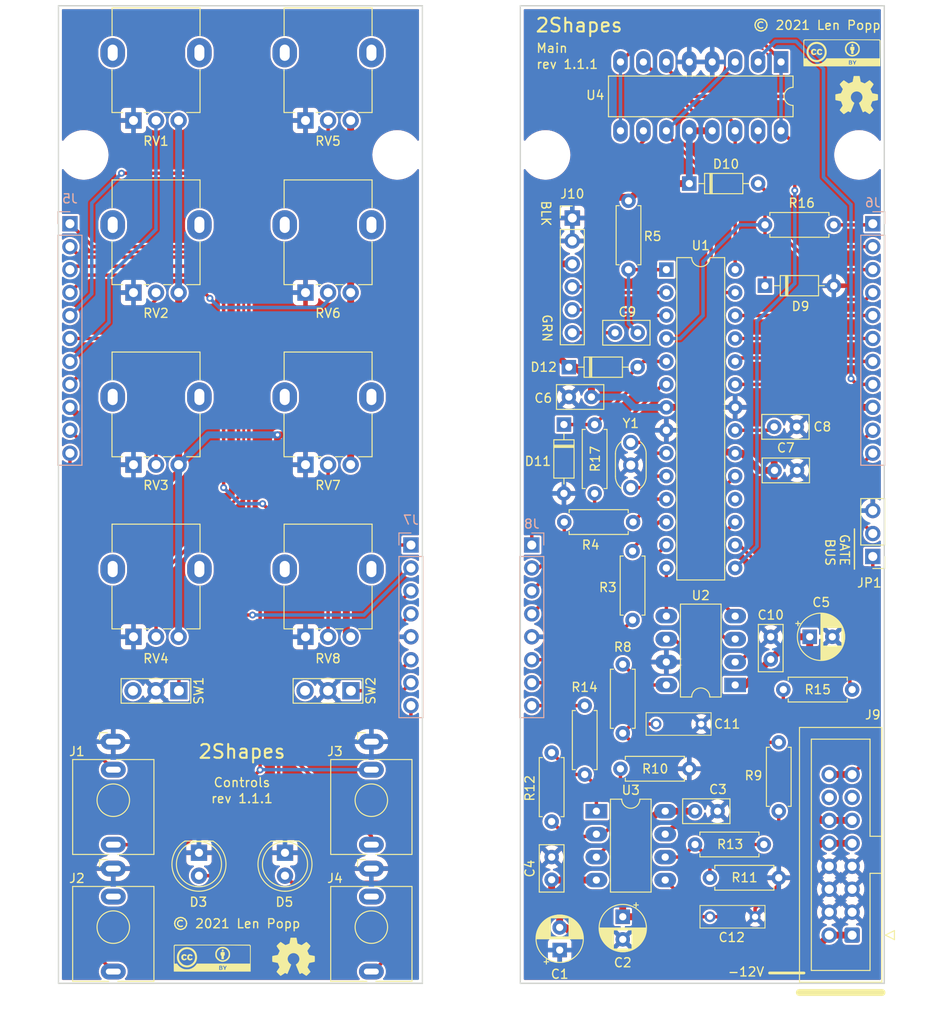
<source format=kicad_pcb>
(kicad_pcb (version 20211014) (generator pcbnew)
  (title_block (title "Eurorack Dual Envelope Module") (date "2022-01-28") (rev "1.2") (company "Len Popp") (comment 1 "Copyright © 2022 Len Popp CC BY") (comment 2 "Board settings comply with requirements of OSH Park https://oshpark.com/") (comment 3 "Eurorack digital ADSR envelope module - 8HP"))
  (layers (0 "F.Cu" signal) (31 "B.Cu" signal) (36 "B.SilkS" user "B.Silkscreen") (37 "F.SilkS" user "F.Silkscreen") (38 "B.Mask" user) (39 "F.Mask" user) (44 "Edge.Cuts" user))
  (net 0 "")
  (net 1 "+12V")
  (net 2 "GND")
  (net 3 "-12V")
  (net 4 "+5V")
  (net 5 "/Main/~{RESET}")
  (net 6 "IN-POT-A-1")
  (net 7 "IN-GATE-1")
  (net 8 "IN-POT-D-1")
  (net 9 "OUT-1")
  (net 10 "IN-POT-S-1")
  (net 11 "LED-1")
  (net 12 "IN-POT-R-1")
  (net 13 "IN-SW-LOGLIN-1")
  (net 14 "IN-SW-LOGLIN-2")
  (net 15 "IN-POT-A-2")
  (net 16 "LED-2")
  (net 17 "IN-POT-D-2")
  (net 18 "IN-POT-S-2")
  (net 19 "IN-GATE-2")
  (net 20 "IN-POT-R-2")
  (net 21 "OUT-2")
  (net 22 "Net-(C8-Pad1)")
  (net 23 "Net-(C11-Pad1)")
  (net 24 "GATE-1")
  (net 25 "GATE-2")
  (net 26 "Net-(R3-Pad1)")
  (net 27 "Net-(R4-Pad1)")
  (net 28 "Net-(R8-Pad2)")
  (net 29 "Net-(R9-Pad2)")
  (net 30 "Net-(R10-Pad1)")
  (net 31 "Net-(R11-Pad1)")
  (net 32 "Net-(R12-Pad1)")
  (net 33 "Net-(R13-Pad1)")
  (net 34 "IN-POT-R-BOTH")
  (net 35 "/Main/~{LDAC}")
  (net 36 "IN-POT-S-BOTH")
  (net 37 "/Main/SPI-SCLK")
  (net 38 "/Main/SPI-MOSI")
  (net 39 "IN-GATE-BUS")
  (net 42 "/Main/ADC-SEL")
  (net 43 "Net-(J9-Pad15)")
  (net 46 "/Main/UART_RX")
  (net 47 "Net-(U1-Pad10)")
  (net 48 "Net-(U1-Pad9)")
  (net 49 "/Main/UART_TX")
  (net 50 "/Main/~{SPI-CS}")
  (net 51 "Net-(C9-Pad1)")
  (net 53 "Net-(C12-Pad1)")
  (footprint "-lmp-misc:CP_Radial_D5.0mm_P2.50mm" (layer "F.Cu") (at 162.814 137.668 -90)
    (fp_text reference "C2")
    (fp_text value "10U")
  )
  (footprint "-lmp-synth:Jack_3.5mm_QingPu_WQP-PJ398SM_Vertical" (layer "F.Cu") (at 134.9756 132.334)
    (fp_text reference "J4")
    (fp_text value "WQP-PJ398")
  )
  (footprint "-lmp-misc:CP_Radial_D5.0mm_P2.50mm" (layer "F.Cu") (at 155.829 141.351 90)
    (fp_text reference "C1")
    (fp_text value "10U")
  )
  (footprint "LED_THT:LED_D5.0mm" (layer "F.Cu") (at 125.4125 130.5814 -90)
    (fp_text reference "D5")
    (fp_text value "LED_5mm_Blue")
  )
  (footprint "-lmp-synth:Jack_3.5mm_QingPu_WQP-PJ398SM_Vertical" (layer "F.Cu") (at 106.4006 118.2878)
    (fp_text reference "J1")
    (fp_text value "WQP-PJ398")
  )
  (footprint "-lmp-synth:Potentiometer_Alpha_RD901F-40-00D_Single_Vertical" (layer "F.Cu") (at 108.6358 68.58 90)
    (fp_text reference "RV2")
    (fp_text value "100K")
  )
  (footprint "-lmp-synth:Potentiometer_Alpha_RD901F-40-00D_Single_Vertical" (layer "F.Cu") (at 108.6358 106.68 90)
    (fp_text reference "RV4")
    (fp_text value "100K")
  )
  (footprint "-lmp-synth:Potentiometer_Alpha_RD901F-40-00D_Single_Vertical" (layer "F.Cu") (at 127.6858 68.58 90)
    (fp_text reference "RV6")
    (fp_text value "100K")
  )
  (footprint "-lmp-synth:Potentiometer_Alpha_RD901F-40-00D_Single_Vertical" (layer "F.Cu") (at 127.6858 106.68 90)
    (fp_text reference "RV8")
    (fp_text value "100K")
  )
  (footprint "-lmp-misc:SW_SPDT_THT_2.54" (layer "F.Cu") (at 113.665 112.649 -90)
    (fp_text reference "SW1")
    (fp_text value "SPDT")
  )
  (footprint "-lmp-synth:Potentiometer_Alpha_RD901F-40-00D_Single_Vertical" (layer "F.Cu") (at 108.6358 87.63 90)
    (fp_text reference "RV3")
    (fp_text value "100K")
  )
  (footprint "Diode_THT:D_DO-35_SOD27_P7.62mm_Horizontal" (layer "F.Cu") (at 178.562 67.818)
    (fp_text reference "D9")
    (fp_text value "1N5711")
  )
  (footprint "Connector_PinHeader_2.54mm:PinHeader_1x06_P2.54mm_Vertical" (layer "F.Cu") (at 157.226 60.325)
    (fp_text reference "J10")
    (fp_text value "FTDI")
  )
  (footprint "-lmp-misc:R_Axial_DIN0207_L6.3mm_D2.5mm_P7.62mm_Horizontal" (layer "F.Cu") (at 163.957 93.98 180)
    (fp_text reference "R4")
    (fp_text value "270R")
  )
  (footprint "-lmp-misc:R_Axial_DIN0207_L6.3mm_D2.5mm_P7.62mm_Horizontal" (layer "F.Cu") (at 178.562 61.087)
    (fp_text reference "R16")
    (fp_text value "100K")
  )
  (footprint "-lmp-misc:R_Axial_DIN0207_L6.3mm_D2.5mm_P7.62mm_Horizontal" (layer "F.Cu") (at 159.7 83.185 -90)
    (fp_text reference "R17")
    (fp_text value "100K")
  )
  (footprint "Crystal:Resonator_muRata_CSTLSxxxX-3Pin_W5.5mm_H3.0mm" (layer "F.Cu") (at 163.703 90.17 90)
    (fp_text reference "Y1")
    (fp_text value "16MHz")
  )
  (footprint "-lmp-misc:R_Axial_DIN0207_L6.3mm_D2.5mm_P7.62mm_Horizontal" (layer "F.Cu") (at 162.814 117.348 90)
    (fp_text reference "R8")
    (fp_text value "24K")
  )
  (footprint "-lmp-misc:C_Rect_Kemet_L7.2mm_W2.5mm_P5mm" (layer "F.Cu") (at 166.497 116.332)
    (fp_text reference "C11")
    (fp_text value "3N3" hide)
  )
  (footprint "-lmp-misc:C_Disc_D5.0mm_W2.5mm_P2.50mm" (layer "F.Cu") (at 170.815 125.984)
    (fp_text reference "C3")
    (fp_text value "100N")
  )
  (footprint "-lmp-misc:C_Disc_D5.0mm_W2.5mm_P2.50mm" (layer "F.Cu") (at 154.94 131.064 -90)
    (fp_text reference "C4")
    (fp_text value "100N")
  )
  (footprint "-lmp-synth:Potentiometer_Alpha_RD901F-40-00D_Single_Vertical" (layer "F.Cu") (at 108.6358 49.53 90)
    (fp_text reference "RV1")
    (fp_text value "100K")
  )
  (footprint "Diode_THT:D_DO-35_SOD27_P7.62mm_Horizontal" (layer "F.Cu") (at 156.3 83.185 -90)
    (fp_text reference "D11")
    (fp_text value "1N5711")
  )
  (footprint "-lmp-synth:Potentiometer_Alpha_RD901F-40-00D_Single_Vertical" (layer "F.Cu") (at 127.6858 49.53 90)
    (fp_text reference "RV5")
    (fp_text value "100K")
  )
  (footprint "-lmp-misc:Logo_CC_BY" (layer "F.Cu") (at 187.071 42.037)
    (fp_text reference "G1" hide)
    (fp_text value "Logo_CC_BY" hide)
  )
  (footprint "-lmp-misc:R_Axial_DIN0207_L6.3mm_D2.5mm_P7.62mm_Horizontal" (layer "F.Cu") (at 158.6 114.3 -90)
    (fp_text reference "R14")
    (fp_text value "51R")
  )
  (footprint "-lmp-misc:R_Axial_DIN0207_L6.3mm_D2.5mm_P7.62mm_Horizontal" (layer "F.Cu") (at 154.94 119.507 -90)
    (fp_text reference "R12")
    (fp_text value "47K")
  )
  (footprint "-lmp-holes:MountingHole_PCB_3.2mm_M3" (layer "F.Cu") (at 188.976 53.34)
    (fp_text reference "H4" hide)
    (fp_text value "MountingHole_M3")
  )
  (footprint "-lmp-misc:C_Disc_D5.0mm_W2.5mm_P2.50mm" (layer "F.Cu") (at 179.578 83.439)
    (fp_text reference "C8")
    (fp_text value "100N")
  )
  (footprint "-lmp-holes:MountingHole_PCB_3.2mm_M3" (layer "F.Cu") (at 103.124 53.34)
    (fp_text reference "H1" hide)
    (fp_text value "MountingHole_M3")
  )
  (footprint "-lmp-misc:R_Axial_DIN0207_L6.3mm_D2.5mm_P7.62mm_Horizontal" (layer "F.Cu") (at 162.56 121.285)
    (fp_text reference "R10")
    (fp_text value "47K")
  )
  (footprint "-lmp-misc:C_Rect_Kemet_L7.2mm_W2.5mm_P5mm" (layer "F.Cu") (at 172.466 137.668)
    (fp_text reference "C12")
    (fp_text value "3N3" hide)
  )
  (footprint "-lmp-misc:R_Axial_DIN0207_L6.3mm_D2.5mm_P7.62mm_Horizontal" (layer "F.Cu") (at 180.086 125.984 90)
    (fp_text reference "R9")
    (fp_text value "24K")
  )
  (footprint "-lmp-misc:SW_SPDT_THT_2.54" (layer "F.Cu") (at 132.715 112.649 -90)
    (fp_text reference "SW2")
    (fp_text value "SPDT")
  )
  (footprint "-lmp-holes:MountingHole_PCB_3.2mm_M3" (layer "F.Cu") (at 137.836 53.34)
    (fp_text reference "H2" hide)
    (fp_text value "MountingHole_M3")
  )
  (footprint "-lmp-holes:MountingHole_PCB_3.2mm_M3" (layer "F.Cu") (at 154.264 53.34)
    (fp_text reference "H3" hide)
    (fp_text value "MountingHole_M3")
  )
  (footprint "-lmp-misc:R_Axial_DIN0207_L6.3mm_D2.5mm_P7.62mm_Horizontal" (layer "F.Cu") (at 163.449 58.42 -90)
    (fp_text reference "R5")
    (fp_text value "10K")
  )
  (footprint "-lmp-misc:DIP-16_W7.62mm_LongPads" (layer "F.Cu") (at 180.34 43.053 -90)
    (fp_text reference "U4")
    (fp_text value "DG413")
  )
  (footprint "Diode_THT:D_DO-35_SOD27_P7.62mm_Horizontal" (layer "F.Cu") (at 170.18 56.515)
    (fp_text reference "D10")
    (fp_text value "1N5711")
  )
  (footprint "Package_DIP:DIP-28_W7.62mm" (layer "F.Cu") (at 167.64 66.04)
    (fp_text reference "U1")
    (fp_text value "ATmega328P-PU")
  )
  (footprint "-lmp-synth:IDC-Header-Eurorack-16-TH" (layer "F.Cu") (at 188.214 139.7 180)
    (fp_text reference "J9")
    (fp_text value "Conn_Eurorack_16")
  )
  (footprint "-lmp-synth:Jack_3.5mm_QingPu_WQP-PJ398SM_Vertical" (layer "F.Cu") (at 134.9756 118.2878)
    (fp_text reference "J3")
    (fp_text value "WQP-PJ398")
  )
  (footprint "-lmp-misc:R_Axial_DIN0207_L6.3mm_D2.5mm_P7.62mm_Horizontal" (layer "F.Cu") (at 163.9 97.2 -90)
    (fp_text reference "R3")
    (fp_text value "270R")
  )
  (footprint "-lmp-misc:PinHeader_1x03_P2.54mm_Vertical" (layer "F.Cu") (at 190.5 97.79 180)
    (fp_text reference "JP1")
    (fp_text value "GATE-BUS")
  )
  (footprint "-lmp-misc:R_Axial_DIN0207_L6.3mm_D2.5mm_P7.62mm_Horizontal" (layer "F.Cu") (at 188.214 112.522 180)
    (fp_text reference "R15")
    (fp_text value "51R")
  )
  (footprint "-lmp-synth:Jack_3.5mm_QingPu_WQP-PJ398SM_Vertical" (layer "F.Cu") (at 106.4006 132.334)
    (fp_text reference "J2")
    (fp_text value "WQP-PJ398")
  )
  (footprint "-lmp-misc:C_Disc_D5.0mm_W2.5mm_P2.50mm" (layer "F.Cu") (at 179.197 106.68 -90)
    (fp_text reference "C10")
    (fp_text value "100N")
  )
  (footprint "-lmp-misc:CP_Radial_D5.0mm_P2.50mm" (layer "F.Cu") (at 183.515 106.68)
    (fp_text reference "C5")
    (fp_text value "10U")
  )
  (footprint "-lmp-misc:Logo_OSHW" (layer "F.Cu") (at 188.722 46.736)
    (fp_text reference "G3" hide)
    (fp_text value "Logo_OSHW" hide)
  )
  (footprint "-lmp-synth:Potentiometer_Alpha_RD901F-40-00D_Single_Vertical" (layer "F.Cu") (at 127.6858 87.63 90)
    (fp_text reference "RV7")
    (fp_text value "100K")
  )
  (footprint "-lmp-misc:R_Axial_DIN0207_L6.3mm_D2.5mm_P7.62mm_Horizontal" (layer "F.Cu") (at 178.435 129.667 180)
    (fp_text reference "R13")
    (fp_text value "47K")
  )
  (footprint "-lmp-misc:R_Axial_DIN0207_L6.3mm_D2.5mm_P7.62mm_Horizontal" (layer "F.Cu") (at 172.466 133.35)
    (fp_text reference "R11")
    (fp_text value "47K")
  )
  (footprint "-lmp-misc:DIP-8_W7.62mm_LongPads" (layer "F.Cu") (at 175.26 112.014 180)
    (fp_text reference "U2")
    (fp_text value "MCP4822")
  )
  (footprint "-lmp-misc:Logo_CC_BY" (layer "F.Cu") (at 117.348 142.24)
    (fp_text reference "G2" hide)
    (fp_text value "Logo_CC_BY" hide)
  )
  (footprint "-lmp-misc:Logo_OSHW" (layer "F.Cu") (at 126.365 142.113)
    (fp_text reference "G4" hide)
    (fp_text value "Logo_OSHW" hide)
  )
  (footprint "-lmp-misc:DIP-8_W7.62mm_LongPads" (layer "F.Cu") (at 159.893 125.984)
    (fp_text reference "U3")
    (fp_text value "TL072")
  )
  (footprint "LED_THT:LED_D5.0mm" (layer "F.Cu") (at 115.8875 130.5814 -90)
    (fp_text reference "D3")
    (fp_text value "LED_5mm_Blue")
  )
  (footprint "-lmp-misc:C_Disc_D5.0mm_W2.5mm_P2.50mm" (layer "F.Cu") (at 161.965 73.025)
    (fp_text reference "C9")
    (fp_text value "100N")
  )
  (footprint "-lmp-misc:C_Disc_D5.0mm_W2.5mm_P2.50mm" (layer "F.Cu") (at 179.618 88.265)
    (fp_text reference "C7")
    (fp_text value "100N")
  )
  (footprint "Diode_THT:D_DO-35_SOD27_P7.62mm_Horizontal" (layer "F.Cu") (at 156.845 76.835)
    (fp_text reference "D12")
    (fp_text value "1N5711")
  )
  (footprint "-lmp-misc:C_Disc_D5.0mm_W2.5mm_P2.50mm" (layer "F.Cu") (at 159.345 80.137 180)
    (fp_text reference "C6")
    (fp_text value "100N")
  )
  (footprint "Connector_PinSocket_2.54mm:PinSocket_1x11_P2.54mm_Vertical" (layer "B.Cu") (at 101.6 60.96 180)
    (fp_text reference "J5")
    (fp_text value "Conn_Front_Left_Top")
  )
  (footprint "Connector_PinSocket_2.54mm:PinSocket_1x08_P2.54mm_Vertical" (layer "B.Cu") (at 139.36 96.52 180)
    (fp_text reference "J7")
    (fp_text value "Conn_Front_Right")
  )
  (footprint "Connector_PinHeader_2.54mm:PinHeader_1x11_P2.54mm_Vertical" (layer "B.Cu") (at 190.5 60.96 180)
    (fp_text reference "J6")
    (fp_text value "Conn_Back_Right_Top")
  )
  (footprint "Connector_PinHeader_2.54mm:PinHeader_1x08_P2.54mm_Vertical" (layer "B.Cu") (at 152.74 96.52 180)
    (fp_text reference "J8")
    (fp_text value "Conn_Back_Left")
  )
  (gr_line (start 188.468 99.187) (end 188.468 94.742) (layer "F.SilkS") (width 0.1524))
  (gr_line (start 182.88 143.891) (end 179.07 143.891) (layer "F.SilkS") (width 0.3048))
  (gr_line (start 151.470004 145.034) (end 151.470004 36.83) (layer "Edge.Cuts") (width 0.1524))
  (gr_line (start 151.470004 36.83) (end 191.77 36.83) (layer "Edge.Cuts") (width 0.1524))
  (gr_line (start 140.629996 36.83) (end 140.629996 145.034) (layer "Edge.Cuts") (width 0.1524))
  (gr_line (start 140.629996 145.034) (end 100.33 145.034) (layer "Edge.Cuts") (width 0.1524))
  (gr_line (start 100.33 36.83) (end 140.629996 36.83) (layer "Edge.Cuts") (width 0.1524))
  (gr_line (start 191.77 145.034) (end 151.470004 145.034) (layer "Edge.Cuts") (width 0.1524))
  (gr_line (start 191.77 36.83) (end 191.77 145.034) (layer "Edge.Cuts") (width 0.1524))
  (gr_line (start 100.33 145.034) (end 100.33 36.83) (layer "Edge.Cuts") (width 0.1524))
  (gr_text "© 2021 Len Popp" (at 177.165 38.989) (layer "F.SilkS") (effects (font (size 1 1)) (justify left)))
  (gr_text "2Shapes" (at 120.65 119.38) (layer "F.SilkS") (effects (font (size 1.524 1.524) (thickness 0.2286))))
  (gr_text "BLK" (at 154.305 59.817 270) (layer "F.SilkS") (effects (font (size 1 1))))
  (gr_text "GRN" (at 154.432 72.517 270) (layer "F.SilkS") (effects (font (size 1 1))))
  (gr_text "-12V" (at 178.562 143.764) (layer "F.SilkS") (effects (font (size 1 1)) (justify right)))
  (gr_text "2Shapes" (at 153.035 38.989) (layer "F.SilkS") (effects (font (size 1.524 1.524) (thickness 0.2286)) (justify left)))
  (gr_text "© 2021 Len Popp" (at 112.903 138.43) (layer "F.SilkS") (effects (font (size 1 1)) (justify left)))
  (gr_text "rev 1.1.1" (at 120.65 124.587) (layer "F.SilkS") (effects (font (size 1 1))))
  (gr_text "rev 1.1.1" (at 153.162 43.307) (layer "F.SilkS") (effects (font (size 1 1)) (justify left)))
  (gr_text "Main" (at 153.162 41.529) (layer "F.SilkS") (effects (font (size 1 1)) (justify left)))
  (gr_text "GATE\nBUS" (at 186.563 98.933 270) (layer "F.SilkS") (effects (font (size 1 1)) (justify right)))
  (gr_text "Controls" (at 120.65 122.809) (layer "F.SilkS") (effects (font (size 1 1))))
  (segment (start 162.814 129.988381) (end 166.818381 125.984) (width 0.762) (layer "F.Cu") (net 1))
  (segment (start 164.846 137.668) (end 162.814 137.668) (width 0.762) (layer "F.Cu") (net 1))
  (segment (start 178.308 139.827) (end 167.005 139.827) (width 0.762) (layer "F.Cu") (net 1))
  (segment (start 185.674 129.54) (end 188.214 129.54) (width 0.762) (layer "F.Cu") (net 1))
  (segment (start 185.674 129.54) (end 184.785 129.54) (width 0.762) (layer "F.Cu") (net 1))
  (segment (start 167.005 139.827) (end 164.846 137.668) (width 0.762) (layer "F.Cu") (net 1))
  (segment (start 184.785 129.54) (end 183.515 130.81) (width 0.762) (layer "F.Cu") (net 1))
  (segment (start 183.515 134.62) (end 178.308 139.827) (width 0.762) (layer "F.Cu") (net 1))
  (segment (start 162.814 137.668) (end 162.814 129.988381) (width 0.762) (layer "F.Cu") (net 1))
  (segment (start 183.515 130.81) (end 183.515 134.62) (width 0.762) (layer "F.Cu") (net 1))
  (segment (start 167.767 125.984) (end 170.815 125.984) (width 0.762) (layer "F.Cu") (net 1))
  (segment (start 177.466 136.732) (end 180.086 134.112) (width 0.381) (layer "F.Cu") (net 2))
  (segment (start 177.466 137.668) (end 177.466 136.732) (width 0.381) (layer "F.Cu") (net 2))
  (segment (start 180.086 134.112) (end 180.086 133.35) (width 0.381) (layer "F.Cu") (net 2))
  (segment (start 154.94 136.525) (end 154.94 133.564) (width 0.762) (layer "F.Cu") (net 3))
  (segment (start 183.134 142.24) (end 185.674 139.7) (width 0.762) (layer "F.Cu") (net 3))
  (segment (start 155.829 137.414) (end 154.94 136.525) (width 0.762) (layer "F.Cu") (net 3))
  (segment (start 155.829 138.851) (end 155.829 137.414) (width 0.762) (layer "F.Cu") (net 3))
  (segment (start 159.893 142.24) (end 156.504 138.851) (width 0.762) (layer "F.Cu") (net 3))
  (segment (start 156.504 138.851) (end 155.829 138.851) (width 0.762) (layer "F.Cu") (net 3))
  (segment (start 159.893 142.24) (end 183.134 142.24) (width 0.762) (layer "F.Cu") (net 3))
  (segment (start 185.674 139.7) (end 188.214 139.7) (width 0.762) (layer "F.Cu") (net 3))
  (segment (start 159.893 133.604) (end 154.98 133.604) (width 0.762) (layer "F.Cu") (net 3))
  (segment (start 176.363 112.014) (end 179.197 109.18) (width 0.762) (layer "F.Cu") (net 4))
  (segment (start 181.229 106.553) (end 181.229 107.148) (width 0.762) (layer "F.Cu") (net 4))
  (segment (start 181.229 92.964) (end 179.578 91.313) (width 0.762) (layer "F.Cu") (net 4))
  (segment (start 132.207 106.2012) (end 132.6858 106.68) (width 0.762) (layer "F.Cu") (net 4))
  (segment (start 188.595 81.28) (end 190.5 81.28) (width 0.762) (layer "F.Cu") (net 4))
  (segment (start 154.432 74.422) (end 156.845 76.835) (width 0.762) (layer "F.Cu") (net 4))
  (segment (start 185.674 127) (end 184.785 127) (width 0.762) (layer "F.Cu") (net 4))
  (segment (start 175.26 112.014) (end 176.363 112.014) (width 0.762) (layer "F.Cu") (net 4))
  (segment (start 156.845 76.835) (end 157.607 76.835) (width 0.762) (layer "F.Cu") (net 4))
  (segment (start 179.578 88.265) (end 179.578 86.995) (width 0.762) (layer "F.Cu") (net 4))
  (segment (start 167.64 81.28) (end 168.91 81.28) (width 0.762) (layer "F.Cu") (net 4))
  (segment (start 154.432 65.405) (end 157.226 65.405) (width 0.762) (layer "F.Cu") (net 4))
  (segment (start 184.785 127) (end 183.515 125.73) (width 0.762) (layer "F.Cu") (net 4))
  (segment (start 107.315 89.789) (end 105.918 88.392) (width 0.762) (layer "F.Cu") (net 4))
  (segment (start 185.674 127) (end 188.214 127) (width 0.762) (layer "F.Cu") (net 4))
  (segment (start 181.356 106.68) (end 181.229 106.553) (width 0.762) (layer "F.Cu") (net 4))
  (segment (start 113.6358 88.4212) (end 112.268 89.789) (width 0.762) (layer "F.Cu") (net 4))
  (segment (start 176.022 86.36) (end 175.26 86.36) (width 0.762) (layer "F.Cu") (net 4))
  (segment (start 170.18 50.673) (end 172.72 50.673) (width 0.762) (layer "F.Cu") (net 4))
  (segment (start 179.578 88.265) (end 177.927 88.265) (width 0.762) (layer "F.Cu") (net 4))
  (segment (start 132.6858 87.63) (end 132.6858 68.58) (width 0.762) (layer "F.Cu") (net 4))
  (segment (start 132.6858 68.58) (end 132.6858 49.53) (width 0.762) (layer "F.Cu") (net 4))
  (segment (start 113.6358 68.58) (end 113.6358 87.63) (width 0.762) (layer "F.Cu") (net 4))
  (segment (start 154.432 59.309) (end 155.702 58.039) (width 0.762) (layer "F.Cu") (net 4))
  (segment (start 157.607 76.835) (end 159.345 78.573) (width 0.762) (layer "F.Cu") (net 4))
  (segment (start 184.023 85.852) (end 188.595 81.28) (width 0.762) (layer "F.Cu") (net 4))
  (segment (start 183.515 125.73) (end 183.515 106.68) (width 0.762) (layer "F.Cu") (net 4))
  (segment (start 169.545 56.515) (end 165.354 56.515) (width 0.762) (layer "F.Cu") (net 4))
  (segment (start 183.515 106.68) (end 181.356 106.68) (width 0.762) (layer "F.Cu") (net 4))
  (segment (start 177.927 88.265) (end 176.022 86.36) (width 0.762) (layer "F.Cu") (net 4))
  (segment (start 112.268 89.789) (end 107.315 89.789) (width 0.762) (layer "F.Cu") (net 4))
  (segment (start 154.432 74.422) (end 154.432 65.405) (width 0.762) (layer "F.Cu") (net 4))
  (segment (start 132.207 99.338886) (end 132.207 106.2012) (width 0.762) (layer "F.Cu") (net 4))
  (segment (start 124.587 84.328) (end 124.587 91.718886) (width 0.762) (layer "F.Cu") (net 4))
  (segment (start 181.229 92.964) (end 181.229 106.553) (width 0.762) (layer "F.Cu") (net 4))
  (segment (start 124.587 91.718886) (end 132.207 99.338886) (width 0.762) (layer "F.Cu") (net 4))
  (segment (start 105.918 88.392) (end 105.918 85.598) (width 0.762) (layer "F.Cu") (net 4))
  (segment (start 105.918 85.598) (end 101.6 81.28) (width 0.762) (layer "F.Cu") (net 4))
  (segment (start 113.6358 87.63) (end 113.6358 88.4212) (width 0.762) (layer "F.Cu") (net 4))
  (segment (start 163.068 58.039) (end 163.449 58.42) (width 0.762) (layer "F.Cu") (net 4))
  (segment (start 155.702 58.039) (end 163.068 58.039) (width 0.762) (layer "F.Cu") (net 4))
  (segment (start 159.345 78.573) (end 159.345 80.137) (width 0.762) (layer "F.Cu") (net 4))
  (segment (start 180.721 85.852) (end 184.023 85.852) (width 0.762) (layer "F.Cu") (net 4))
  (segment (start 179.578 86.995) (end 180.721 85.852) (width 0.762) (layer "F.Cu") (net 4))
  (segment (start 163.449 58.42) (end 165.354 56.515) (width 0.762) (layer "F.Cu") (net 4))
  (segment (start 124.587 84.328) (end 132.6566 84.328) (width 0.762) (layer "F.Cu") (net 4))
  (segment (start 168.91 81.28) (end 173.863 86.233) (width 0.762) (layer "F.Cu") (net 4))
  (segment (start 173.863 86.233) (end 175.133 86.233) (width 0.762) (layer "F.Cu") (net 4))
  (segment (start 179.578 91.313) (end 179.578 88.265) (width 0.762) (layer "F.Cu") (net 4))
  (segment (start 181.229 107.148) (end 179.197 109.18) (width 0.762) (layer "F.Cu") (net 4))
  (segment (start 154.432 65.405) (end 154.432 59.309) (width 0.762) (layer "F.Cu") (net 4))
  (via (at 124.587 84.328) (size 0.762) (drill 0.381) (layers "F.Cu" "B.Cu") (net 4))
  (segment (start 113.6358 87.63) (end 116.9378 84.328) (width 0.762) (layer "B.Cu") (net 4))
  (segment (start 170.18 50.673) (end 170.18 56.515) (width 0.762) (layer "B.Cu") (net 4))
  (segment (start 159.345 80.137) (end 162.941 80.137) (width 0.762) (layer "B.Cu") (net 4))
  (segment (start 113.6358 87.63) (end 113.6358 106.68) (width 0.762) (layer "B.Cu") (net 4))
  (segment (start 116.9378 84.328) (end 124.587 84.328) (width 0.762) (layer "B.Cu") (net 4))
  (segment (start 113.6358 49.53) (end 113.6358 68.58) (width 0.762) (layer "B.Cu") (net 4))
  (segment (start 164.084 81.28) (end 167.64 81.28) (width 0.762) (layer "B.Cu") (net 4))
  (segment (start 162.941 80.137) (end 164.084 81.28) (width 0.762) (layer "B.Cu") (net 4))
  (segment (start 163.449 66.04) (end 167.64 66.04) (width 0.381) (layer "F.Cu") (net 5))
  (segment (start 163.449 66.04) (end 163.449 72.009) (width 0.381) (layer "B.Cu") (net 5))
  (segment (start 163.449 72.009) (end 164.465 73.025) (width 0.381) (layer "B.Cu") (net 5))
  (segment (start 184.785 78.74) (end 175.26 78.74) (width 0.381) (layer "F.Cu") (net 6))
  (segment (start 190.5 76.2) (end 187.325 76.2) (width 0.381) (layer "F.Cu") (net 6))
  (segment (start 187.325 76.2) (end 184.785 78.74) (width 0.381) (layer "F.Cu") (net 6))
  (segment (start 105.918 66.802) (end 105.918 71.882) (width 0.381) (layer "B.Cu") (net 6))
  (segment (start 111.125 61.595) (end 105.918 66.802) (width 0.381) (layer "B.Cu") (net 6))
  (segment (start 111.125 49.5408) (end 111.125 61.595) (width 0.381) (layer "B.Cu") (net 6))
  (segment (start 105.918 71.882) (end 101.6 76.2) (width 0.381) (layer "B.Cu") (net 6))
  (segment (start 121.412 68.5292) (end 121.412 98.933) (width 0.381) (layer "F.Cu") (net 7))
  (segment (start 106.4006 129.6878) (end 114.380802 129.6878) (width 0.381) (layer "F.Cu") (net 7))
  (segment (start 101.6 60.96) (end 104.14 63.5) (width 0.381) (layer "F.Cu") (net 7))
  (segment (start 186.182 61.087) (end 190.373 61.087) (width 0.381) (layer "F.Cu") (net 7))
  (segment (start 104.14 63.5) (end 116.3828 63.5) (width 0.381) (layer "F.Cu") (net 7))
  (segment (start 116.3828 63.5) (end 121.412 68.5292) (width 0.381) (layer "F.Cu") (net 7))
  (segment (start 114.380802 129.6878) (end 122.656602 121.412) (width 0.381) (layer "F.Cu") (net 7))
  (segment (start 122.656602 100.177602) (end 122.656602 121.412) (width 0.381) (layer "F.Cu") (net 7))
  (segment (start 121.412 98.933) (end 122.656602 100.177602) (width 0.381) (layer "F.Cu") (net 7))
  (via (at 122.656602 121.412) (size 0.762) (drill 0.381) (layers "F.Cu" "B.Cu") (net 7))
  (segment (start 122.680802 121.3878) (end 122.656602 121.412) (width 0.381) (layer "B.Cu") (net 7))
  (segment (start 134.9756 121.3878) (end 122.680802 121.3878) (width 0.381) (layer "B.Cu") (net 7))
  (segment (start 106.8324 73.66) (end 111.1358 69.3566) (width 0.381) (layer "F.Cu") (net 8))
  (segment (start 101.6 73.66) (end 106.8324 73.66) (width 0.381) (layer "F.Cu") (net 8))
  (segment (start 111.1358 69.3566) (end 111.1358 68.58) (width 0.381) (layer "F.Cu") (net 8))
  (segment (start 190.5 73.66) (end 186.055 73.66) (width 0.381) (layer "F.Cu") (net 8))
  (segment (start 186.055 73.66) (end 183.896 75.819) (width 0.381) (layer "F.Cu") (net 8))
  (segment (start 183.896 75.819) (end 175.641 75.819) (width 0.381) (layer "F.Cu") (net 8))
  (segment (start 105.791 127.508) (end 103.886 129.413) (width 0.381) (layer "F.Cu") (net 9))
  (segment (start 103.886 141.2194) (end 106.4006 143.734) (width 0.381) (layer "F.Cu") (net 9))
  (segment (start 108.966 116.586) (end 108.966 125.349) (width 0.381) (layer "F.Cu") (net 9))
  (segment (start 108.966 125.349) (end 106.807 127.508) (width 0.381) (layer "F.Cu") (net 9))
  (segment (start 187.96 112.268) (end 187.96 86.36) (width 0.381) (layer "F.Cu") (net 9))
  (segment (start 187.96 86.36) (end 190.5 83.82) (width 0.381) (layer "F.Cu") (net 9))
  (segment (start 103.886 129.413) (end 103.886 141.2194) (width 0.381) (layer "F.Cu") (net 9))
  (segment (start 103.505 111.125) (end 108.966 116.586) (width 0.381) (layer "F.Cu") (net 9))
  (segment (start 101.6 83.82) (end 103.505 85.725) (width 0.381) (layer "F.Cu") (net 9))
  (segment (start 106.807 127.508) (end 105.791 127.508) (width 0.381) (layer "F.Cu") (net 9))
  (segment (start 103.505 85.725) (end 103.505 111.125) (width 0.381) (layer "F.Cu") (net 9))
  (segment (start 190.5 78.74) (end 188.722002 78.74) (width 0.381) (layer "F.Cu") (net 10))
  (segment (start 111.1358 81.5448) (end 111.1358 87.63) (width 0.381) (layer "F.Cu") (net 10))
  (segment (start 188.722002 78.74) (end 188.087002 78.105) (width 0.381) (layer "F.Cu") (net 10))
  (segment (start 107.315 77.724) (end 111.1358 81.5448) (width 0.381) (layer "F.Cu") (net 10))
  (segment (start 101.6 78.74) (end 102.616 77.724) (width 0.381) (layer "F.Cu") (net 10))
  (segment (start 102.616 77.724) (end 107.315 77.724) (width 0.381) (layer "F.Cu") (net 10))
  (via (at 188.087002 78.105) (size 0.762) (drill 0.381) (layers "F.Cu" "B.Cu") (net 10))
  (segment (start 188.087002 78.105) (end 188.087002 58.844508) (width 0.381) (layer "B.Cu") (net 10))
  (segment (start 185.039 55.796506) (end 185.039 43.815) (width 0.381) (layer "B.Cu") (net 10))
  (segment (start 185.039 43.815) (end 181.991 40.767) (width 0.381) (layer "B.Cu") (net 10))
  (segment (start 179.705 40.767) (end 181.991 40.767) (width 0.381) (layer "B.Cu") (net 10))
  (segment (start 179.705 40.767) (end 177.8 42.672) (width 0.381) (layer "B.Cu") (net 10))
  (segment (start 188.087002 58.844508) (end 185.039 55.796506) (width 0.381) (layer "B.Cu") (net 10))
  (segment (start 124.714 126.238) (end 117.8306 133.1214) (width 0.381) (layer "F.Cu") (net 11))
  (segment (start 124.714 111.513646) (end 124.714 126.238) (width 0.381) (layer "F.Cu") (net 11))
  (segment (start 137.16 103.8) (end 137.16 104.902) (width 0.381) (layer "F.Cu") (net 11))
  (segment (start 156.337 93.98) (end 156.337 98.003) (width 0.381) (layer "F.Cu") (net 11))
  (segment (start 127.261646 108.966) (end 124.714 111.513646) (width 0.381) (layer "F.Cu") (net 11))
  (segment (start 139.36 101.6) (end 137.16 103.8) (width 0.381) (layer "F.Cu") (net 11))
  (segment (start 137.16 104.902) (end 133.096 108.966) (width 0.381) (layer "F.Cu") (net 11))
  (segment (start 133.096 108.966) (end 127.261646 108.966) (width 0.381) (layer "F.Cu") (net 11))
  (segment (start 156.337 98.003) (end 152.74 101.6) (width 0.381) (layer "F.Cu") (net 11))
  (segment (start 117.8306 133.1214) (end 115.8875 133.1214) (width 0.381) (layer "F.Cu") (net 11))
  (segment (start 102.743 64.643) (end 115.9002 64.643) (width 0.381) (layer "F.Cu") (net 12))
  (segment (start 183.388 60.96) (end 183.388 49.276) (width 0.381) (layer "F.Cu") (net 12))
  (segment (start 120.269 91.186) (end 111.1358 100.3192) (width 0.381) (layer "F.Cu") (net 12))
  (segment (start 101.6 63.5) (end 102.743 64.643) (width 0.381) (layer "F.Cu") (net 12))
  (segment (start 190.5 63.5) (end 185.928 63.5) (width 0.381) (layer "F.Cu") (net 12))
  (segment (start 183.388 49.276) (end 180.975 46.863) (width 0.381) (layer "F.Cu") (net 12))
  (segment (start 170.815 46.863) (end 167.64 43.688) (width 0.381) (layer "F.Cu") (net 12))
  (segment (start 120.269 69.0118) (end 120.269 91.186) (width 0.381) (layer "F.Cu") (net 12))
  (segment (start 115.9002 64.643) (end 120.269 69.0118) (width 0.381) (layer "F.Cu") (net 12))
  (segment (start 111.1358 100.3192) (end 111.1358 106.68) (width 0.381) (layer "F.Cu") (net 12))
  (segment (start 180.975 46.863) (end 170.815 46.863) (width 0.381) (layer "F.Cu") (net 12))
  (segment (start 185.928 63.5) (end 183.388 60.96) (width 0.381) (layer "F.Cu") (net 12))
  (segment (start 113.665 112.649) (end 113.665 110.5916) (width 0.381) (layer "F.Cu") (net 13))
  (segment (start 113.665 110.5916) (end 119.9896 104.267) (width 0.381) (layer "F.Cu") (net 13))
  (segment (start 159.005 86.995) (end 157.395 86.995) (width 0.381) (layer "F.Cu") (net 13))
  (segment (start 167.26 78.74) (end 159.005 86.995) (width 0.381) (layer "F.Cu") (net 13))
  (segment (start 157.395 86.995) (end 154.5 89.89) (width 0.381) (layer "F.Cu") (net 13))
  (segment (start 119.9896 104.267) (end 121.8184 104.267) (width 0.381) (layer "F.Cu") (net 13))
  (segment (start 153.54 99.06) (end 152.74 99.06) (width 0.381) (layer "F.Cu") (net 13))
  (segment (start 154.5 98.1) (end 153.54 99.06) (width 0.381) (layer "F.Cu") (net 13))
  (segment (start 154.5 89.89) (end 154.5 98.1) (width 0.381) (layer "F.Cu") (net 13))
  (via (at 121.8184 104.267) (size 0.762) (drill 0.381) (layers "F.Cu" "B.Cu") (net 13))
  (segment (start 139.36 99.06) (end 134.153 104.267) (width 0.381) (layer "B.Cu") (net 13))
  (segment (start 134.153 104.267) (end 121.8184 104.267) (width 0.381) (layer "B.Cu") (net 13))
  (segment (start 154.94 109.22) (end 152.74 109.22) (width 0.381) (layer "F.Cu") (net 14))
  (segment (start 132.715 112.649) (end 135.931 112.649) (width 0.381) (layer "F.Cu") (net 14))
  (segment (start 167.64 96.52) (end 154.94 109.22) (width 0.381) (layer "F.Cu") (net 14))
  (segment (start 135.931 112.649) (end 139.36 109.22) (width 0.381) (layer "F.Cu") (net 14))
  (segment (start 185.039 71.12) (end 182.499 73.66) (width 0.381) (layer "F.Cu") (net 15))
  (segment (start 182.499 73.66) (end 175.26 73.66) (width 0.381) (layer "F.Cu") (net 15))
  (segment (start 130.1858 49.53) (end 130.1858 51.3226) (width 0.381) (layer "F.Cu") (net 15))
  (segment (start 126.1364 55.372) (end 130.1858 51.3226) (width 0.381) (layer "F.Cu") (net 15))
  (segment (start 190.5 71.12) (end 185.039 71.12) (width 0.381) (layer "F.Cu") (net 15))
  (segment (start 107.315 55.372) (end 126.1364 55.372) (width 0.381) (layer "F.Cu") (net 15))
  (via (at 107.315 55.372) (size 0.762) (drill 0.381) (layers "F.Cu" "B.Cu") (net 15))
  (segment (start 104.013 58.674) (end 107.315 55.372) (width 0.381) (layer "B.Cu") (net 15))
  (segment (start 104.013 68.707) (end 104.013 58.674) (width 0.381) (layer "B.Cu") (net 15))
  (segment (start 101.6 71.12) (end 104.013 68.707) (width 0.381) (layer "B.Cu") (net 15))
  (segment (start 137.99 113.13) (end 137.99 132.52) (width 0.381) (layer "F.Cu") (net 16))
  (segment (start 139.36 111.76) (end 137.99 113.13) (width 0.381) (layer "F.Cu") (net 16))
  (segment (start 152.74 111.76) (end 156.96 111.76) (width 0.381) (layer "F.Cu") (net 16))
  (segment (start 136.652 133.858) (end 126.1491 133.858) (width 0.381) (layer "F.Cu") (net 16))
  (segment (start 137.99 132.52) (end 136.652 133.858) (width 0.381) (layer "F.Cu") (net 16))
  (segment (start 156.96 111.76) (end 163.9 104.82) (width 0.381) (layer "F.Cu") (net 16))
  (segment (start 126.1491 133.858) (end 125.4125 133.1214) (width 0.381) (layer "F.Cu") (net 16))
  (segment (start 182.626 71.12) (end 184.404 69.342) (width 0.381) (layer "F.Cu") (net 17))
  (segment (start 103.5304 66.6496) (end 114.554 66.6496) (width 0.381) (layer "F.Cu") (net 17))
  (segment (start 114.554 66.6496) (end 117.094 69.1896) (width 0.381) (layer "F.Cu") (net 17))
  (segment (start 175.26 71.12) (end 182.626 71.12) (width 0.381) (layer "F.Cu") (net 17))
  (segment (start 101.6 68.58) (end 103.5304 66.6496) (width 0.381) (layer "F.Cu") (net 17))
  (segment (start 189.738 69.342) (end 190.5 68.58) (width 0.381) (layer "F.Cu") (net 17))
  (segment (start 184.404 69.342) (end 189.738 69.342) (width 0.381) (layer "F.Cu") (net 17))
  (via (at 117.094 69.215) (size 0.762) (drill 0.381) (layers "F.Cu" "B.Cu") (net 17))
  (segment (start 118.1354 70.231) (end 117.094 69.215) (width 0.381) (layer "B.Cu") (net 17))
  (segment (start 129.413 70.231) (end 118.1354 70.231) (width 0.381) (layer "B.Cu") (net 17))
  (segment (start 130.1858 68.58) (end 130.1858 69.4582) (width 0.381) (layer "B.Cu") (net 17))
  (segment (start 130.1858 69.4582) (end 129.413 70.231) (width 0.381) (layer "B.Cu") (net 17))
  (segment (start 160.274 56.642) (end 165.1 51.816) (width 0.381) (layer "F.Cu") (net 18))
  (segment (start 152.74 59.096) (end 155.194 56.642) (width 0.381) (layer "F.Cu") (net 18))
  (segment (start 165.1 51.816) (end 165.1 50.673) (width 0.381) (layer "F.Cu") (net 18))
  (segment (start 137.62 96.52) (end 130.1858 89.0858) (width 0.381) (layer "F.Cu") (net 18))
  (segment (start 155.194 56.642) (end 160.274 56.642) (width 0.381) (layer "F.Cu") (net 18))
  (segment (start 152.74 96.52) (end 152.74 59.096) (width 0.381) (layer "F.Cu") (net 18))
  (segment (start 139.36 96.52) (end 137.62 96.52) (width 0.381) (layer "F.Cu") (net 18))
  (segment (start 130.1858 89.0858) (end 130.1858 87.63) (width 0.381) (layer "F.Cu") (net 18))
  (segment (start 134.9756 128.7526) (end 134.9756 129.6878) (width 0.381) (layer "F.Cu") (net 19))
  (segment (start 136.5455 107.0405) (end 133.096 110.49) (width 0.381) (layer "F.Cu") (net 19))
  (segment (start 158 98.8) (end 159.7 97.1) (width 0.381) (layer "F.Cu") (net 19))
  (segment (start 139.36 104.14) (end 136.5455 106.9545) (width 0.381) (layer "F.Cu") (net 19))
  (segment (start 133.096 110.49) (end 127.4826 110.49) (width 0.381) (layer "F.Cu") (net 19))
  (segment (start 136.5455 106.9545) (end 136.5455 107.0405) (width 0.381) (layer "F.Cu") (net 19))
  (segment (start 152.74 104.14) (end 158 98.88) (width 0.381) (layer "F.Cu") (net 19))
  (segment (start 125.7808 112.1918) (end 125.7808 119.5578) (width 0.381) (layer "F.Cu") (net 19))
  (segment (start 125.7808 119.5578) (end 134.9756 128.7526) (width 0.381) (layer "F.Cu") (net 19))
  (segment (start 158 98.88) (end 158 98.8) (width 0.381) (layer "F.Cu") (net 19))
  (segment (start 127.4826 110.49) (end 125.7808 112.1918) (width 0.381) (layer "F.Cu") (net 19))
  (segment (start 159.7 97.1) (end 159.7 90.805) (width 0.381) (layer "F.Cu") (net 19))
  (segment (start 122.936 91.948) (end 130.1858 99.1978) (width 0.381) (layer "F.Cu") (net 20))
  (segment (start 115.3414 65.659) (end 118.618 68.9356) (width 0.381) (layer "F.Cu") (net 20))
  (segment (start 190.5 66.04) (end 184.277 66.04) (width 0.381) (layer "F.Cu") (net 20))
  (segment (start 180.467 62.23) (end 184.277 66.04) (width 0.381) (layer "F.Cu") (net 20))
  (segment (start 177.8 52.705) (end 180.467 55.372) (width 0.381) (layer "F.Cu") (net 20))
  (segment (start 130.1858 99.1978) (end 130.1858 106.68) (width 0.381) (layer "F.Cu") (net 20))
  (segment (start 177.8 50.673) (end 177.8 52.705) (width 0.381) (layer "F.Cu") (net 20))
  (segment (start 180.467 55.372) (end 180.467 62.23) (width 0.381) (layer "F.Cu") (net 20))
  (segment (start 101.981 65.659) (end 115.3414 65.659) (width 0.381) (layer "F.Cu") (net 20))
  (segment (start 118.618 68.9356) (end 118.618 90.17) (width 0.381) (layer "F.Cu") (net 20))
  (via (at 118.618 90.17) (size 0.762) (drill 0.381) (layers "F.Cu" "B.Cu") (net 20))
  (via (at 122.936 91.948) (size 0.762) (drill 0.381) (layers "F.Cu" "B.Cu") (net 20))
  (segment (start 122.936 91.948) (end 120.396 91.948) (width 0.381) (layer "B.Cu") (net 20))
  (segment (start 120.396 91.948) (end 118.618 90.17) (width 0.381) (layer "B.Cu") (net 20))
  (segment (start 139.36 139.532) (end 139.36 114.3) (width 0.381) (layer "F.Cu") (net 21))
  (segment (start 135.158 143.734) (end 139.36 139.532) (width 0.381) (layer "F.Cu") (net 21))
  (segment (start 158.6 114.3) (end 152.74 114.3) (width 0.381) (layer "F.Cu") (net 21))
  (segment (start 175.26 83.82) (end 179.197 83.82) (width 0.381) (layer "F.Cu") (net 22))
  (segment (start 163.83 116.332) (end 166.497 116.332) (width 0.381) (layer "F.Cu") (net 23))
  (segment (start 164.338 126.619) (end 159.893 131.064) (width 0.381) (layer "F.Cu") (net 23))
  (segment (start 164.338 118.872) (end 162.814 117.348) (width 0.381) (layer "F.Cu") (net 23))
  (segment (start 164.338 118.872) (end 164.338 126.619) (width 0.381) (layer "F.Cu") (net 23))
  (segment (start 163.83 116.332) (end 162.814 117.348) (width 0.381) (layer "F.Cu") (net 23))
  (segment (start 178.562 67.818) (end 178.562 61.087) (width 0.381) (layer "F.Cu") (net 24))
  (segment (start 178.562 61.087) (end 178.562 57.277) (width 0.381) (layer "F.Cu") (net 24))
  (segment (start 178.562 57.277) (end 177.8 56.515) (width 0.381) (layer "F.Cu") (net 24))
  (segment (start 175.768 61.087) (end 171.704 65.151) (width 0.381) (layer "B.Cu") (net 24))
  (segment (start 171.704 65.151) (end 171.704 71.12) (width 0.381) (layer "B.Cu") (net 24))
  (segment (start 171.704 71.12) (end 169.164 73.66) (width 0.381) (layer "B.Cu") (net 24))
  (segment (start 178.562 61.087) (end 175.768 61.087) (width 0.381) (layer "B.Cu") (net 24))
  (segment (start 169.164 73.66) (end 167.64 73.66) (width 0.381) (layer "B.Cu") (net 24))
  (segment (start 163.322 79.563) (end 159.7 83.185) (width 0.381) (layer "F.Cu") (net 25))
  (segment (start 163.322 77.978) (end 163.322 79.563) (width 0.381) (layer "F.Cu") (net 25))
  (segment (start 164.465 76.835) (end 163.322 77.978) (width 0.381) (layer "F.Cu") (net 25))
  (segment (start 165.1 76.2) (end 164.465 76.835) (width 0.381) (layer "F.Cu") (net 25))
  (segment (start 165.1 76.2) (end 167.64 76.2) (width 0.381) (layer "F.Cu") (net 25))
  (segment (start 159.639 83.185) (end 156.3 83.185) (width 0.381) (layer "F.Cu") (net 25))
  (segment (start 167.64 93.98) (end 166.82 93.98) (width 0.381) (layer "F.Cu") (net 26))
  (segment (start 166.82 93.98) (end 163.9 96.9) (width 0.381) (layer "F.Cu") (net 26))
  (segment (start 166.497 91.44) (end 163.957 93.98) (width 0.381) (layer "F.Cu") (net 27))
  (segment (start 167.64 91.44) (end 166.497 91.44) (width 0.381) (layer "F.Cu") (net 27))
  (segment (start 167.64 112.014) (end 165.1 112.014) (width 0.381) (layer "F.Cu") (net 28))
  (segment (start 165.1 112.014) (end 162.814 109.728) (width 0.381) (layer "F.Cu") (net 28))
  (segment (start 171.45 112.141) (end 171.45 109.855) (width 0.381) (layer "F.Cu") (net 29))
  (segment (start 180.086 118.364) (end 177.673 118.364) (width 0.381) (layer "F.Cu") (net 29))
  (segment (start 177.673 118.364) (end 171.45 112.141) (width 0.381) (layer "F.Cu") (net 29))
  (segment (start 168.529 106.934) (end 171.45 109.855) (width 0.381) (layer "F.Cu") (net 29))
  (segment (start 162.56 126.619) (end 160.655 128.524) (width 0.381) (layer "F.Cu") (net 30))
  (segment (start 156.591 128.778) (end 154.94 127.127) (width 0.381) (layer "F.Cu") (net 30))
  (segment (start 159.639 128.778) (end 156.591 128.778) (width 0.381) (layer "F.Cu") (net 30))
  (segment (start 162.56 121.285) (end 162.56 126.619) (width 0.381) (layer "F.Cu") (net 30))
  (segment (start 167.513 131.064) (end 169.418 131.064) (width 0.381) (layer "F.Cu") (net 31))
  (segment (start 170.815 129.667) (end 169.418 131.064) (width 0.381) (layer "F.Cu") (net 31))
  (segment (start 172.466 131.318) (end 170.815 129.667) (width 0.381) (layer "F.Cu") (net 31))
  (segment (start 172.466 133.35) (end 172.466 131.318) (width 0.381) (layer "F.Cu") (net 31))
  (segment (start 158.6 121.92) (end 157.353 121.92) (width 0.381) (layer "F.Cu") (net 32))
  (segment (start 159.893 123.213) (end 158.6 121.92) (width 0.381) (layer "F.Cu") (net 32))
  (segment (start 157.353 121.92) (end 154.94 119.507) (width 0.381) (layer "F.Cu") (net 32))
  (segment (start 159.893 125.984) (end 159.893 123.213) (width 0.381) (layer "F.Cu") (net 32))
  (segment (start 178.435 129.667) (end 177.038 129.667) (width 0.381) (layer "F.Cu") (net 33))
  (segment (start 180.594 112.522) (end 180.594 115.443) (width 0.381) (layer "F.Cu") (net 33))
  (segment (start 181.991 116.84) (end 181.991 120.904) (width 0.381) (layer "F.Cu") (net 33))
  (segment (start 167.513 128.524) (end 168.275 127.762) (width 0.381) (layer "F.Cu") (net 33))
  (segment (start 168.275 127.762) (end 175.133 127.762) (width 0.381) (layer "F.Cu") (net 33))
  (segment (start 177.038 129.667) (end 175.133 127.762) (width 0.381) (layer "F.Cu") (net 33))
  (segment (start 181.991 120.904) (end 175.133 127.762) (width 0.381) (layer "F.Cu") (net 33))
  (segment (start 180.594 115.443) (end 181.991 116.84) (width 0.381) (layer "F.Cu") (net 33))
  (segment (start 175.26 49.96) (end 173.814 48.514) (width 0.381) (layer "F.Cu") (net 34))
  (segment (start 173.814 48.514) (end 170.561 48.514) (width 0.381) (layer "F.Cu") (net 34))
  (segment (start 175.26 50.673) (end 175.26 66.04) (width 0.381) (layer "F.Cu") (net 34))
  (segment (start 170.561 48.514) (end 165.1 43.053) (width 0.381) (layer "F.Cu") (net 34))
  (segment (start 167.64 104.394) (end 167.64 99.06) (width 0.381) (layer "F.Cu") (net 35))
  (segment (start 172.593 67.564) (end 173.609 68.58) (width 0.381) (layer "F.Cu") (net 36))
  (segment (start 172.593 67.564) (end 172.593 56.007) (width 0.381) (layer "F.Cu") (net 36))
  (segment (start 173.609 68.58) (end 175.26 68.58) (width 0.381) (layer "F.Cu") (net 36))
  (segment (start 172.593 56.007) (end 167.64 51.054) (width 0.381) (layer "F.Cu") (net 36))
  (segment (start 167.64 50.673) (end 175.26 43.053) (width 0.381) (layer "B.Cu") (net 36))
  (segment (start 174.244 106.934) (end 172.466 105.156) (width 0.381) (layer "F.Cu") (net 37))
  (segment (start 172.466 91.694) (end 175.26 88.9) (width 0.381) (layer "F.Cu") (net 37))
  (segment (start 172.466 105.156) (end 172.466 91.694) (width 0.381) (layer "F.Cu") (net 37))
  (segment (start 175.26 106.934) (end 174.244 106.934) (width 0.381) (layer "F.Cu") (net 37))
  (segment (start 175.26 104.394) (end 173.482 102.616) (width 0.381) (layer "F.Cu") (net 38))
  (segment (start 173.482 95.758) (end 175.26 93.98) (width 0.381) (layer "F.Cu") (net 38))
  (segment (start 173.482 102.616) (end 173.482 95.758) (width 0.381) (layer "F.Cu") (net 38))
  (segment (start 106.4006 121.3878) (end 101.6 116.5872) (width 0.381) (layer "F.Cu") (net 39))
  (segment (start 190.5 95.25) (end 188.976 93.726) (width 0.381) (layer "F.Cu") (net 39))
  (segment (start 188.976 93.726) (end 188.976 87.884) (width 0.381) (layer "F.Cu") (net 39))
  (segment (start 188.976 87.884) (end 190.5 86.36) (width 0.381) (layer "F.Cu") (net 39))
  (segment (start 101.6 116.5872) (end 101.6 86.36) (width 0.381) (layer "F.Cu") (net 39))
  (segment (start 178.181 40.767) (end 164.846 40.767) (width 0.381) (layer "F.Cu") (net 42))
  (segment (start 180.34 50.673) (end 181.864 52.197) (width 0.381) (layer "F.Cu") (net 42))
  (segment (start 180.34 42.926) (end 178.181 40.767) (width 0.381) (layer "F.Cu") (net 42))
  (segment (start 181.864 57.277) (end 181.864 52.197) (width 0.381) (layer "F.Cu") (net 42))
  (segment (start 164.846 40.767) (end 162.56 43.053) (width 0.381) (layer "F.Cu") (net 42))
  (via (at 181.864 57.277) (size 0.762) (drill 0.381) (layers "F.Cu" "B.Cu") (net 42))
  (segment (start 175.26 99.06) (end 177.673 96.647) (width 0.381) (layer "B.Cu") (net 42))
  (segment (start 181.864 67.564) (end 181.864 57.277) (width 0.381) (layer "B.Cu") (net 42))
  (segment (start 177.673 71.755) (end 181.864 67.564) (width 0.381) (layer "B.Cu") (net 42))
  (segment (start 180.34 50.673) (end 180.34 43.053) (width 0.381) (layer "B.Cu") (net 42))
  (segment (start 177.673 96.647) (end 177.673 71.755) (width 0.381) (layer "B.Cu") (net 42))
  (segment (start 162.56 50.673) (end 162.56 43.053) (width 0.381) (layer "B.Cu") (net 42))
  (segment (start 190.5 119.634) (end 190.5 97.79) (width 0.381) (layer "F.Cu") (net 43))
  (segment (start 188.214 121.92) (end 190.5 119.634) (width 0.381) (layer "F.Cu") (net 43))
  (segment (start 185.674 121.92) (end 188.214 121.92) (width 0.762) (layer "F.Cu") (net 43))
  (segment (start 160.401 67.945) (end 161.036 68.58) (width 0.381) (layer "F.Cu") (net 46))
  (segment (start 157.226 67.945) (end 160.401 67.945) (width 0.381) (layer "F.Cu") (net 46))
  (segment (start 167.64 68.58) (end 161.036 68.58) (width 0.381) (layer "F.Cu") (net 46))
  (segment (start 163.703 90.17) (end 164.846 90.17) (width 0.381) (layer "F.Cu") (net 47))
  (segment (start 164.846 90.17) (end 166.116 88.9) (width 0.381) (layer "F.Cu") (net 47))
  (segment (start 166.116 88.9) (end 167.64 88.9) (width 0.381) (layer "F.Cu") (net 47))
  (segment (start 164.926 85.17) (end 166.116 86.36) (width 0.381) (layer "F.Cu") (net 48))
  (segment (start 166.116 86.36) (end 167.64 86.36) (width 0.381) (layer "F.Cu") (net 48))
  (segment (start 163.703 85.17) (end 164.926 85.17) (width 0.381) (layer "F.Cu") (net 48))
  (segment (start 165.608 70.485) (end 166.243 71.12) (width 0.381) (layer "F.Cu") (net 49))
  (segment (start 167.64 71.12) (end 166.243 71.12) (width 0.381) (layer "F.Cu") (net 49))
  (segment (start 157.226 70.485) (end 165.608 70.485) (width 0.381) (layer "F.Cu") (net 49))
  (segment (start 175.26 109.474) (end 175.726 109.474) (width 0.381) (layer "F.Cu") (net 50))
  (segment (start 177.4 107.8) (end 177.4 98.2) (width 0.381) (layer "F.Cu") (net 50))
  (segment (start 175.72 96.52) (end 175.26 96.52) (width 0.381) (layer "F.Cu") (net 50))
  (segment (start 175.726 109.474) (end 177.4 107.8) (width 0.381) (layer "F.Cu") (net 50))
  (segment (start 177.4 98.2) (end 175.72 96.52) (width 0.381) (layer "F.Cu") (net 50))
  (segment (start 157.226 73.025) (end 161.965 73.025) (width 0.381) (layer "F.Cu") (net 51))
  (segment (start 180.086 125.984) (end 180.086 130.937) (width 0.381) (layer "F.Cu") (net 53))
  (segment (start 172.466 137.668) (end 173.355 137.668) (width 0.381) (layer "F.Cu") (net 53))
  (segment (start 172.466 137.668) (end 171.577 137.668) (width 0.381) (layer "F.Cu") (net 53))
  (segment (start 173.355 137.668) (end 180.086 130.937) (width 0.381) (layer "F.Cu") (net 53))
  (segment (start 171.577 137.668) (end 167.513 133.604) (width 0.381) (layer "F.Cu") (net 53))
  (zone (net 2) (net_name "GND") (layer "F.Cu") (connect_pads (clearance 0.2032)) (min_thickness 0.2032) (fill yes (thermal_gap 0.508) (thermal_bridge_width 0.508))
    (polygon (pts (xy 192.405 145.415) (xy 150.495 145.415) (xy 150.495 36.195) (xy 192.405 36.195)))
  )
  (zone (net 2) (net_name "GND") (layer "F.Cu") (connect_pads (clearance 0.2032)) (min_thickness 0.2032) (fill yes (thermal_gap 0.508) (thermal_bridge_width 0.508))
    (polygon (pts (xy 141.605 145.415) (xy 99.695 145.415) (xy 99.695 36.195) (xy 141.605 36.195)))
  )
  (zone (net 0) (net_name "") (layer "F.Cu") (connect_pads (clearance 0)) (min_thickness 0.254)
    (keepout (tracks not_allowed) (vias not_allowed) (pads allowed) (copperpour not_allowed) (footprints allowed))
    (fill (thermal_gap 0.508) (thermal_bridge_width 0.508))
    (polygon (pts (xy 134.9756 140.311) (xy 135.4391 140.2376) (xy 135.8573 140.0245) (xy 136.1891 139.6927) (xy 136.4022 139.2745) (xy 136.4756 138.811) (xy 136.4022 138.3475) (xy 136.1891 137.9293) (xy 135.8573 137.5975) (xy 135.4391 137.3844) (xy 134.9756 137.311) (xy 134.5121 137.3844) (xy 134.0939 137.5975) (xy 133.7621 137.9293) (xy 133.549 138.3475) (xy 133.4756 138.811) (xy 133.549 139.2745) (xy 133.7621 139.6927) (xy 134.0939 140.0245) (xy 134.5121 140.2376)))
  )
  (zone (net 0) (net_name "") (layer "F.Cu") (connect_pads (clearance 0)) (min_thickness 0.254)
    (keepout (tracks not_allowed) (vias not_allowed) (pads allowed) (copperpour not_allowed) (footprints allowed))
    (fill (thermal_gap 0.508) (thermal_bridge_width 0.508))
    (polygon (pts (xy 106.3695 126.2467) (xy 106.833 126.1733) (xy 107.2512 125.9602) (xy 107.583 125.6284) (xy 107.7961 125.2102) (xy 107.8695 124.7467) (xy 107.7961 124.2832) (xy 107.583 123.865) (xy 107.2512 123.5332) (xy 106.833 123.3201) (xy 106.3695 123.2467) (xy 105.906 123.3201) (xy 105.4878 123.5332) (xy 105.156 123.865) (xy 104.9429 124.2832) (xy 104.8695 124.7467) (xy 104.9429 125.2102) (xy 105.156 125.6284) (xy 105.4878 125.9602) (xy 105.906 126.1733)))
  )
  (zone (net 0) (net_name "") (layer "F.Cu") (connect_pads (clearance 0)) (min_thickness 0.254)
    (keepout (tracks not_allowed) (vias not_allowed) (pads allowed) (copperpour not_allowed) (footprints allowed))
    (fill (thermal_gap 0.508) (thermal_bridge_width 0.508))
    (polygon (pts (xy 106.3992 140.311) (xy 106.8627 140.2376) (xy 107.2809 140.0245) (xy 107.6127 139.6927) (xy 107.8258 139.2745) (xy 107.8992 138.811) (xy 107.8258 138.3475) (xy 107.6127 137.9293) (xy 107.2809 137.5975) (xy 106.8627 137.3844) (xy 106.3992 137.311) (xy 105.9357 137.3844) (xy 105.5175 137.5975) (xy 105.1857 137.9293) (xy 104.9726 138.3475) (xy 104.8992 138.811) (xy 104.9726 139.2745) (xy 105.1857 139.6927) (xy 105.5175 140.0245) (xy 105.9357 140.2376)))
  )
  (zone (net 0) (net_name "") (layer "F.Cu") (connect_pads (clearance 0)) (min_thickness 0.254)
    (keepout (tracks not_allowed) (vias not_allowed) (pads allowed) (copperpour not_allowed) (footprints allowed))
    (fill (thermal_gap 0.508) (thermal_bridge_width 0.508))
    (polygon (pts (xy 134.9813 126.2721) (xy 135.4448 126.1987) (xy 135.863 125.9856) (xy 136.1948 125.6538) (xy 136.4079 125.2356) (xy 136.4813 124.7721) (xy 136.4079 124.3086) (xy 136.1948 123.8904) (xy 135.863 123.5586) (xy 135.4448 123.3455) (xy 134.9813 123.2721) (xy 134.5178 123.3455) (xy 134.0996 123.5586) (xy 133.7678 123.8904) (xy 133.5547 124.3086) (xy 133.4813 124.7721) (xy 133.5547 125.2356) (xy 133.7678 125.6538) (xy 134.0996 125.9856) (xy 134.5178 126.1987)))
  )
  (zone (net 2) (net_name "GND") (layer "B.Cu") (connect_pads (clearance 0.2032)) (min_thickness 0.2032) (fill yes (thermal_gap 0.508) (thermal_bridge_width 0.508))
    (polygon (pts (xy 192.405 145.415) (xy 150.495 145.415) (xy 150.495 36.195) (xy 192.405 36.195)))
  )
  (zone (net 2) (net_name "GND") (layer "B.Cu") (connect_pads (clearance 0.2032)) (min_thickness 0.2032) (fill yes (thermal_gap 0.508) (thermal_bridge_width 0.508))
    (polygon (pts (xy 141.605 145.415) (xy 99.695 145.415) (xy 99.695 36.195) (xy 141.605 36.195)))
  )
)
</source>
